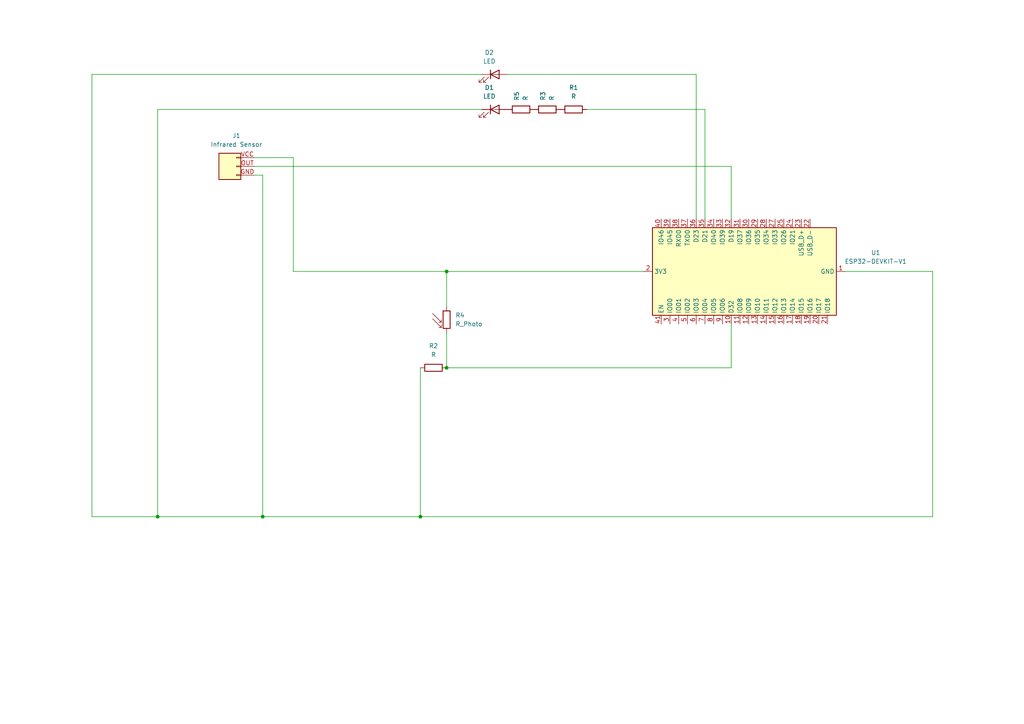
<source format=kicad_sch>
(kicad_sch (version 20250114) (generator "eeschema") (generator_version "9.0")
  (paper "A4")
  (lib_symbols
    (symbol "Connector_Generic:Conn_01x03" (pin_names (offset 1.016) (hide yes))
      (property "Reference" "J1" (at 0 -8.89 0))
      (property "Value" "Infrared Sensor" (at 0 -6.35 0))
      (symbol "Conn_01x03_1_1"
        (rectangle (start -1.27 3.81) (end 5.08 -3.81) (stroke (width 0.254)) (fill (type background)))
        (rectangle (start -1.27 2.667) (end 0 2.413) (stroke (width 0.1524)))
        (rectangle (start -1.27 0.127) (end 0 -0.127) (stroke (width 0.1524)))
        (rectangle (start -1.27 -2.413) (end 0 -2.667) (stroke (width 0.1524)))
        (pin passive line (at -5.08 2.54 0) (length 3.81) (name "Pin_1") (number "GND"))
        (pin passive line (at -5.08 0 0) (length 3.81) (name "Pin_2") (number "OUT"))
        (pin passive line (at -5.08 -2.54 0) (length 3.81) (name "Pin_3") (number "VCC"))
      )
    )
    (symbol "Device:LED" (pin_numbers (hide yes)) (pin_names (offset 1.016) (hide yes))
      (property "Reference" "D" (at 0 2.54 0))
      (property "Value" "LED" (at 0 -2.54 0))
      (symbol "LED_0_1"
        (polyline (pts (xy -3.048 -0.762) (xy -4.572 -2.286) (xy -3.81 -2.286) (xy -4.572 -2.286) (xy -4.572 -1.524)))
        (polyline (pts (xy -1.778 -0.762) (xy -3.302 -2.286) (xy -2.54 -2.286) (xy -3.302 -2.286) (xy -3.302 -1.524)))
        (polyline (pts (xy -1.27 0) (xy 1.27 0)))
        (polyline (pts (xy -1.27 -1.27) (xy -1.27 1.27)) (stroke (width 0.254)))
        (polyline (pts (xy 1.27 -1.27) (xy 1.27 1.27) (xy -1.27 0) (xy 1.27 -1.27)) (stroke (width 0.254)))
      )
      (symbol "LED_1_1"
        (pin passive line (at -3.81 0 0) (length 2.54) (name "K") (number "1"))
        (pin passive line (at 3.81 0 180) (length 2.54) (name "A") (number "2"))
      )
    )
    (symbol "Device:R" (pin_numbers (hide yes)) (pin_names (offset 0))
      (property "Reference" "R" (at 2.032 0 90))
      (property "Value" "R" (at 0 0 90))
      (symbol "R_0_1"
        (rectangle (start -1.016 -2.54) (end 1.016 2.54) (stroke (width 0.254)))
      )
      (symbol "R_1_1"
        (pin passive line (at 0 3.81 270) (length 1.27) (name "~") (number "1"))
        (pin passive line (at 0 -3.81 90) (length 1.27) (name "~") (number "2"))
      )
    )
    (symbol "Device:R_Photo" (pin_numbers (hide yes)) (pin_names (offset 0))
      (property "Reference" "R" (at 1.27 1.27 0))
      (property "Value" "R_Photo" (at 1.27 0 0))
      (symbol "R_Photo_0_1"
        (polyline (pts (xy -1.524 -0.762) (xy -4.064 1.778)))
        (polyline (pts (xy -1.524 -0.762) (xy -2.286 -0.762)))
        (polyline (pts (xy -1.524 -0.762) (xy -1.524 0)))
        (polyline (pts (xy -1.524 -2.286) (xy -4.064 0.254)))
        (polyline (pts (xy -1.524 -2.286) (xy -2.286 -2.286)))
        (polyline (pts (xy -1.524 -2.286) (xy -1.524 -1.524)))
        (rectangle (start -1.016 2.54) (end 1.016 -2.54) (stroke (width 0.254)))
      )
      (symbol "R_Photo_1_1"
        (pin passive line (at 0 3.81 270) (length 1.27) (name "~") (number "1"))
        (pin passive line (at 0 -3.81 90) (length 1.27) (name "~") (number "2"))
      )
    )
    (symbol "RF_Module:ESP32-S2-WROVER"
      (property "Reference" "U1" (at 5.4454 -36.83 90))
      (property "Value" "ESP32-DEVKIT-V1" (at 2.9054 -36.83 90))
      (symbol "ESP32-S2-WROVER_0_1"
        (rectangle (start -12.7 27.94) (end 12.7 -25.4) (stroke (width 0.254)) (fill (type background)))
      )
      (symbol "ESP32-S2-WROVER_1_1"
        (pin input line (at -15.24 25.4 0) (length 2.54) (name "EN") (number "41"))
        (pin bidirectional line (at -15.24 22.86 0) (length 2.54) (name "IO00") (number "3"))
        (pin bidirectional line (at -15.24 20.32 0) (length 2.54) (name "IO01") (number "4"))
        (pin bidirectional line (at -15.24 17.78 0) (length 2.54) (name "IO02") (number "5"))
        (pin bidirectional line (at -15.24 15.24 0) (length 2.54) (name "IO03") (number "6"))
        (pin bidirectional line (at -15.24 12.7 0) (length 2.54) (name "IO04") (number "7"))
        (pin bidirectional line (at -15.24 10.16 0) (length 2.54) (name "IO05") (number "8"))
        (pin bidirectional line (at -15.24 7.62 0) (length 2.54) (name "IO06") (number "9"))
        (pin bidirectional line (at -15.24 5.08 0) (length 2.54) (name "D32") (number "10"))
        (pin bidirectional line (at -15.24 2.54 0) (length 2.54) (name "IO08") (number "11"))
        (pin bidirectional line (at -15.24 0 0) (length 2.54) (name "IO09") (number "12"))
        (pin bidirectional line (at -15.24 -2.54 0) (length 2.54) (name "IO10") (number "13"))
        (pin bidirectional line (at -15.24 -5.08 0) (length 2.54) (name "IO11") (number "14"))
        (pin bidirectional line (at -15.24 -7.62 0) (length 2.54) (name "IO12") (number "15"))
        (pin bidirectional line (at -15.24 -10.16 0) (length 2.54) (name "IO13") (number "16"))
        (pin bidirectional line (at -15.24 -12.7 0) (length 2.54) (name "IO14") (number "17"))
        (pin bidirectional line (at -15.24 -15.24 0) (length 2.54) (name "IO15") (number "18"))
        (pin bidirectional line (at -15.24 -17.78 0) (length 2.54) (name "IO16") (number "19"))
        (pin bidirectional line (at -15.24 -20.32 0) (length 2.54) (name "IO17") (number "20"))
        (pin bidirectional line (at -15.24 -22.86 0) (length 2.54) (name "IO18") (number "21"))
        (pin power_in line (at 0 30.48 270) (length 2.54) (name "3V3") (number "2"))
        (pin power_in line (at 0 -27.94 90) (length 2.54) (name "GND") (number "1"))
        (pin passive line (at 0 -27.94 90) (length 2.54) (hide yes) (name "GND") (number "26"))
        (pin passive line (at 0 -27.94 90) (length 2.54) (hide yes) (name "GND") (number "42"))
        (pin passive line (at 0 -27.94 90) (length 2.54) (hide yes) (name "GND") (number "43"))
        (pin input line (at 15.24 25.4 180) (length 2.54) (name "IO46") (number "40"))
        (pin bidirectional line (at 15.24 22.86 180) (length 2.54) (name "IO45") (number "39"))
        (pin bidirectional line (at 15.24 20.32 180) (length 2.54) (name "RXD0") (number "38"))
        (pin bidirectional line (at 15.24 17.78 180) (length 2.54) (name "TXD0") (number "37"))
        (pin bidirectional line (at 15.24 15.24 180) (length 2.54) (name "D23") (number "36"))
        (pin bidirectional line (at 15.24 12.7 180) (length 2.54) (name "D21") (number "35"))
        (pin bidirectional line (at 15.24 10.16 180) (length 2.54) (name "IO40") (number "34"))
        (pin bidirectional line (at 15.24 7.62 180) (length 2.54) (name "IO39") (number "33"))
        (pin bidirectional line (at 15.24 5.08 180) (length 2.54) (name "D19") (number "32"))
        (pin bidirectional line (at 15.24 2.54 180) (length 2.54) (name "IO37") (number "31"))
        (pin bidirectional line (at 15.24 0 180) (length 2.54) (name "IO36") (number "30"))
        (pin bidirectional line (at 15.24 -2.54 180) (length 2.54) (name "IO35") (number "29"))
        (pin bidirectional line (at 15.24 -5.08 180) (length 2.54) (name "IO34") (number "28"))
        (pin bidirectional line (at 15.24 -7.62 180) (length 2.54) (name "IO33") (number "27"))
        (pin bidirectional line (at 15.24 -10.16 180) (length 2.54) (name "IO26") (number "25"))
        (pin bidirectional line (at 15.24 -12.7 180) (length 2.54) (name "IO21") (number "24"))
        (pin bidirectional line (at 15.24 -15.24 180) (length 2.54) (name "USB_D+") (number "23"))
        (pin bidirectional line (at 15.24 -17.78 180) (length 2.54) (name "USB_D-") (number "22"))
      )
    )
  )
  (junction (at 129.54 78.74))
  (junction (at 76.2 149.86))
  (junction (at 45.72 149.86))
  (junction (at 129.54 106.68))
  (junction (at 121.92 149.86))
  (wire (pts (xy 76.2 149.86) (xy 121.92 149.86)))
  (wire (pts (xy 201.93 63.5) (xy 201.93 21.59)))
  (wire (pts (xy 139.7 21.59) (xy 26.67 21.59)))
  (wire (pts (xy 201.93 21.59) (xy 147.32 21.59)))
  (wire (pts (xy 129.54 88.9) (xy 129.54 78.74)))
  (wire (pts (xy 129.54 106.68) (xy 212.09 106.68)))
  (wire (pts (xy 212.09 48.26) (xy 212.09 63.5)))
  (wire (pts (xy 45.72 149.86) (xy 76.2 149.86)))
  (wire (pts (xy 204.47 31.75) (xy 170.18 31.75)))
  (wire (pts (xy 139.7 31.75) (xy 45.72 31.75)))
  (wire (pts (xy 129.54 78.74) (xy 85.09 78.74)))
  (wire (pts (xy 212.09 106.68) (xy 212.09 93.98)))
  (wire (pts (xy 121.92 106.68) (xy 121.92 149.86)))
  (wire (pts (xy 129.54 78.74) (xy 186.69 78.74)))
  (wire (pts (xy 85.09 78.74) (xy 85.09 45.72)))
  (wire (pts (xy 73.66 48.26) (xy 212.09 48.26)))
  (wire (pts (xy 204.47 63.5) (xy 204.47 31.75)))
  (wire (pts (xy 121.92 149.86) (xy 270.51 149.86)))
  (wire (pts (xy 26.67 21.59) (xy 26.67 149.86)))
  (wire (pts (xy 85.09 45.72) (xy 73.66 45.72)))
  (wire (pts (xy 45.72 31.75) (xy 45.72 149.86)))
  (wire (pts (xy 26.67 149.86) (xy 45.72 149.86)))
  (wire (pts (xy 245.11 78.74) (xy 270.51 78.74)))
  (wire (pts (xy 76.2 50.8) (xy 76.2 149.86)))
  (wire (pts (xy 73.66 50.8) (xy 76.2 50.8)))
  (wire (pts (xy 129.54 96.52) (xy 129.54 106.68)))
  (wire (pts (xy 270.51 78.74) (xy 270.51 149.86)))
  (symbol (lib_id "RF_Module:ESP32-S2-WROVER") (at 217.17 78.74 90) (unit 1)
    (property "Reference" "U1" (at 254 73.2946 90))
    (property "Value" "ESP32-DEVKIT-V1" (at 254 75.8346 90))
    (property "Footprint" "RF_Module:ESP32-S2-WROVER" (effects (hide yes)))
    (property "Datasheet" "https://www.espressif.com/sites/default/files/documentation/esp32-s2-wroom_esp32-s2-wroom-i_datasheet_en.pdf" (effects (hide yes)))
    (property "Description" "RF Module, ESP32-D0WDQ6 SoC, Wi-Fi 802.11b/g/n, 32-bit, 2.7-3.6V, onboard antenna, SMD" (effects (hide yes)))
  )
  (symbol (lib_id "Device:R") (at 125.73 106.68 90) (unit 1)
    (property "Reference" "R2" (at 125.73 100.33 90))
    (property "Value" "R" (at 125.73 102.87 90))
    (property "Description" "Resistor" (effects (hide yes)))
  )
  (symbol (lib_id "Device:R") (at 166.37 31.75 90) (unit 1)
    (property "Reference" "R1" (at 166.37 25.4 90))
    (property "Value" "R" (at 166.37 27.94 90))
    (property "Description" "Resistor" (effects (hide yes)))
  )
  (symbol (lib_id "Device:R_Photo") (at 129.54 92.71 0) (unit 1)
    (property "Reference" "R4" (at 132.08 91.4399 0) (effects (justify left)))
    (property "Value" "R_Photo" (at 132.08 93.9799 0) (effects (justify left)))
    (property "Description" "Photoresistor" (effects (hide yes)))
  )
  (symbol (lib_id "Device:LED") (at 143.51 21.59 0) (unit 1)
    (property "Reference" "D2" (at 141.9225 15.24 0))
    (property "Value" "LED" (at 141.9225 17.78 0))
    (property "Description" "Light emitting diode" (effects (hide yes)))
    (property "Sim.Pins" "1=K 2=A" (effects (hide yes)))
  )
  (symbol (lib_id "Device:R") (at 158.75 31.75 90) (unit 1)
    (property "Reference" "R3" (at 157.4799 29.21 0) (effects (justify left)))
    (property "Value" "R" (at 160.0199 29.21 0) (effects (justify left)))
    (property "Description" "Resistor" (effects (hide yes)))
  )
  (symbol (lib_id "Device:LED") (at 143.51 31.75 0) (unit 1)
    (property "Reference" "D1" (at 141.9225 25.4 0))
    (property "Value" "LED" (at 141.9225 27.94 0))
    (property "Description" "Light emitting diode" (effects (hide yes)))
    (property "Sim.Pins" "1=K 2=A" (effects (hide yes)))
  )
  (symbol (lib_id "Connector_Generic:Conn_01x03") (at 68.58 48.26 180) (unit 1)
    (property "Reference" "J1" (at 68.58 39.37 0))
    (property "Value" "Infrared Sensor" (at 68.58 41.91 0))
    (property "Description" "Generic connector, single row, 01x03, script generated (kicad-library-utils/schlib/autogen/connector/)" (effects (hide yes)))
  )
  (symbol (lib_id "Device:R") (at 151.13 31.75 90) (unit 1)
    (property "Reference" "R5" (at 149.8599 29.21 0) (effects (justify left)))
    (property "Value" "R" (at 152.3999 29.21 0) (effects (justify left)))
    (property "Description" "Resistor" (effects (hide yes)))
  )
)
</source>
